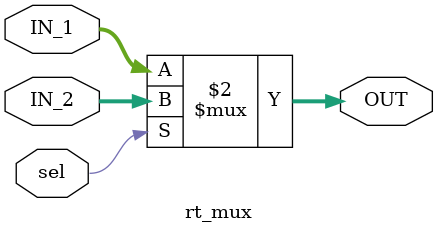
<source format=sv>
module rt_mux( input sel,
               input   [31:0] IN_1,
               input   [31:0] IN_2,
               output logic [31:0]  OUT
             );

  always_comb begin
    OUT = (sel) ? IN_2:IN_1;
  end
endmodule 

</source>
